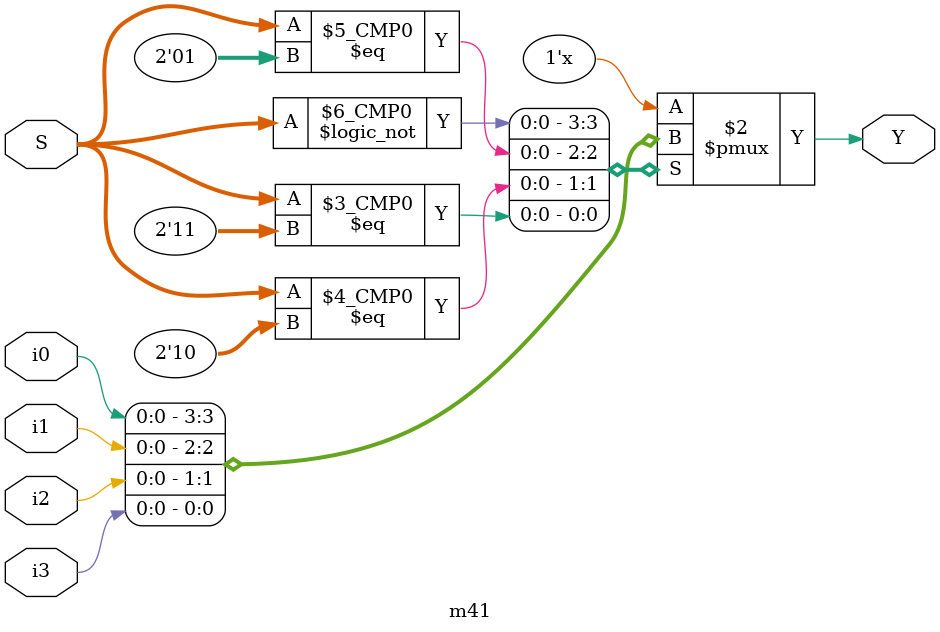
<source format=v>
module m41(
    input i0,
    input i1,
    input i2,
    input i3,
    input [1:0]S,
    output reg Y
);

always @(i0 or i1 or i2 or i3 or S)
    case(S)
        2'b00: Y <= i0;
        2'b01: Y <= i1;
        2'b10: Y <= i2;
        2'b11: Y <= i3;  
    endcase



endmodule
</source>
